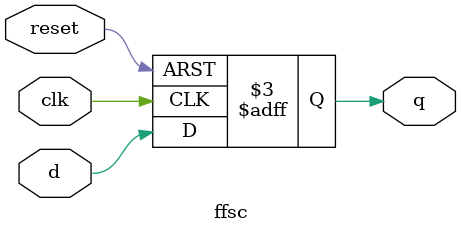
<source format=v>
module ffsc
(
    input d, reset, clk,
    output reg q
);

    always @(posedge clk, posedge reset)
    begin
        if (reset == 1) 
            q <= 0;
        else 
            q <= d;
        end
endmodule

</source>
